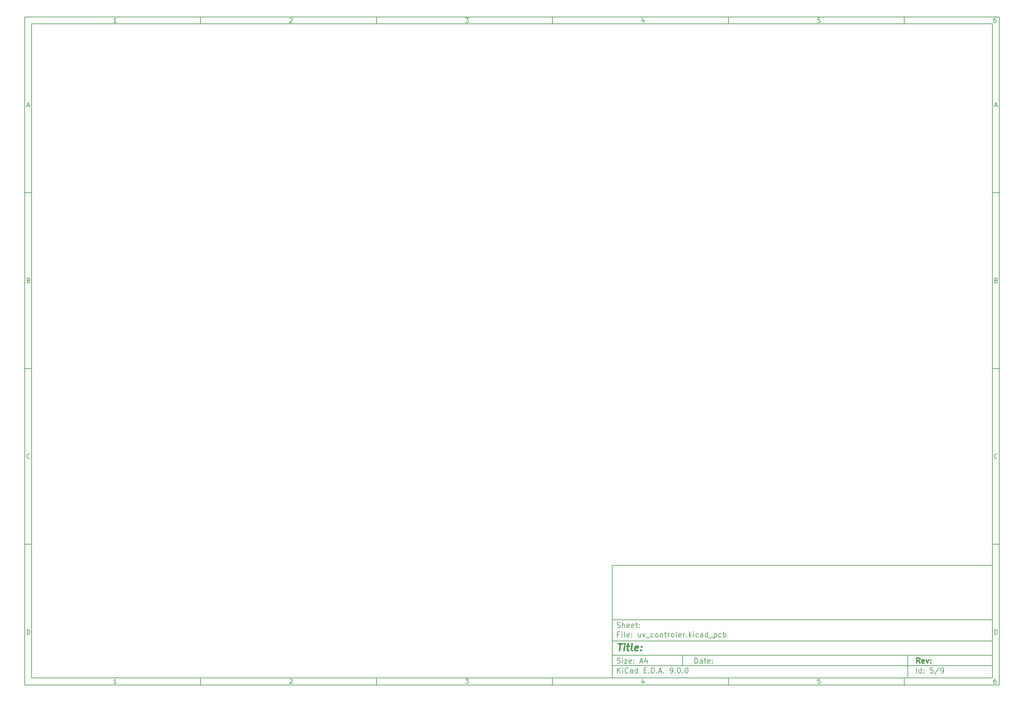
<source format=gbr>
%TF.GenerationSoftware,KiCad,Pcbnew,9.0.0*%
%TF.CreationDate,2025-06-04T23:26:29+02:00*%
%TF.ProjectId,uv_controler,75765f63-6f6e-4747-926f-6c65722e6b69,rev?*%
%TF.SameCoordinates,Original*%
%TF.FileFunction,Legend,Bot*%
%TF.FilePolarity,Positive*%
%FSLAX46Y46*%
G04 Gerber Fmt 4.6, Leading zero omitted, Abs format (unit mm)*
G04 Created by KiCad (PCBNEW 9.0.0) date 2025-06-04 23:26:29*
%MOMM*%
%LPD*%
G01*
G04 APERTURE LIST*
%ADD10C,0.100000*%
%ADD11C,0.150000*%
%ADD12C,0.300000*%
%ADD13C,0.400000*%
G04 APERTURE END LIST*
D10*
D11*
X177002200Y-166007200D02*
X285002200Y-166007200D01*
X285002200Y-198007200D01*
X177002200Y-198007200D01*
X177002200Y-166007200D01*
D10*
D11*
X10000000Y-10000000D02*
X287002200Y-10000000D01*
X287002200Y-200007200D01*
X10000000Y-200007200D01*
X10000000Y-10000000D01*
D10*
D11*
X12000000Y-12000000D02*
X285002200Y-12000000D01*
X285002200Y-198007200D01*
X12000000Y-198007200D01*
X12000000Y-12000000D01*
D10*
D11*
X60000000Y-12000000D02*
X60000000Y-10000000D01*
D10*
D11*
X110000000Y-12000000D02*
X110000000Y-10000000D01*
D10*
D11*
X160000000Y-12000000D02*
X160000000Y-10000000D01*
D10*
D11*
X210000000Y-12000000D02*
X210000000Y-10000000D01*
D10*
D11*
X260000000Y-12000000D02*
X260000000Y-10000000D01*
D10*
D11*
X36089160Y-11593604D02*
X35346303Y-11593604D01*
X35717731Y-11593604D02*
X35717731Y-10293604D01*
X35717731Y-10293604D02*
X35593922Y-10479319D01*
X35593922Y-10479319D02*
X35470112Y-10603128D01*
X35470112Y-10603128D02*
X35346303Y-10665033D01*
D10*
D11*
X85346303Y-10417414D02*
X85408207Y-10355509D01*
X85408207Y-10355509D02*
X85532017Y-10293604D01*
X85532017Y-10293604D02*
X85841541Y-10293604D01*
X85841541Y-10293604D02*
X85965350Y-10355509D01*
X85965350Y-10355509D02*
X86027255Y-10417414D01*
X86027255Y-10417414D02*
X86089160Y-10541223D01*
X86089160Y-10541223D02*
X86089160Y-10665033D01*
X86089160Y-10665033D02*
X86027255Y-10850747D01*
X86027255Y-10850747D02*
X85284398Y-11593604D01*
X85284398Y-11593604D02*
X86089160Y-11593604D01*
D10*
D11*
X135284398Y-10293604D02*
X136089160Y-10293604D01*
X136089160Y-10293604D02*
X135655826Y-10788842D01*
X135655826Y-10788842D02*
X135841541Y-10788842D01*
X135841541Y-10788842D02*
X135965350Y-10850747D01*
X135965350Y-10850747D02*
X136027255Y-10912652D01*
X136027255Y-10912652D02*
X136089160Y-11036461D01*
X136089160Y-11036461D02*
X136089160Y-11345985D01*
X136089160Y-11345985D02*
X136027255Y-11469795D01*
X136027255Y-11469795D02*
X135965350Y-11531700D01*
X135965350Y-11531700D02*
X135841541Y-11593604D01*
X135841541Y-11593604D02*
X135470112Y-11593604D01*
X135470112Y-11593604D02*
X135346303Y-11531700D01*
X135346303Y-11531700D02*
X135284398Y-11469795D01*
D10*
D11*
X185965350Y-10726938D02*
X185965350Y-11593604D01*
X185655826Y-10231700D02*
X185346303Y-11160271D01*
X185346303Y-11160271D02*
X186151064Y-11160271D01*
D10*
D11*
X236027255Y-10293604D02*
X235408207Y-10293604D01*
X235408207Y-10293604D02*
X235346303Y-10912652D01*
X235346303Y-10912652D02*
X235408207Y-10850747D01*
X235408207Y-10850747D02*
X235532017Y-10788842D01*
X235532017Y-10788842D02*
X235841541Y-10788842D01*
X235841541Y-10788842D02*
X235965350Y-10850747D01*
X235965350Y-10850747D02*
X236027255Y-10912652D01*
X236027255Y-10912652D02*
X236089160Y-11036461D01*
X236089160Y-11036461D02*
X236089160Y-11345985D01*
X236089160Y-11345985D02*
X236027255Y-11469795D01*
X236027255Y-11469795D02*
X235965350Y-11531700D01*
X235965350Y-11531700D02*
X235841541Y-11593604D01*
X235841541Y-11593604D02*
X235532017Y-11593604D01*
X235532017Y-11593604D02*
X235408207Y-11531700D01*
X235408207Y-11531700D02*
X235346303Y-11469795D01*
D10*
D11*
X285965350Y-10293604D02*
X285717731Y-10293604D01*
X285717731Y-10293604D02*
X285593922Y-10355509D01*
X285593922Y-10355509D02*
X285532017Y-10417414D01*
X285532017Y-10417414D02*
X285408207Y-10603128D01*
X285408207Y-10603128D02*
X285346303Y-10850747D01*
X285346303Y-10850747D02*
X285346303Y-11345985D01*
X285346303Y-11345985D02*
X285408207Y-11469795D01*
X285408207Y-11469795D02*
X285470112Y-11531700D01*
X285470112Y-11531700D02*
X285593922Y-11593604D01*
X285593922Y-11593604D02*
X285841541Y-11593604D01*
X285841541Y-11593604D02*
X285965350Y-11531700D01*
X285965350Y-11531700D02*
X286027255Y-11469795D01*
X286027255Y-11469795D02*
X286089160Y-11345985D01*
X286089160Y-11345985D02*
X286089160Y-11036461D01*
X286089160Y-11036461D02*
X286027255Y-10912652D01*
X286027255Y-10912652D02*
X285965350Y-10850747D01*
X285965350Y-10850747D02*
X285841541Y-10788842D01*
X285841541Y-10788842D02*
X285593922Y-10788842D01*
X285593922Y-10788842D02*
X285470112Y-10850747D01*
X285470112Y-10850747D02*
X285408207Y-10912652D01*
X285408207Y-10912652D02*
X285346303Y-11036461D01*
D10*
D11*
X60000000Y-198007200D02*
X60000000Y-200007200D01*
D10*
D11*
X110000000Y-198007200D02*
X110000000Y-200007200D01*
D10*
D11*
X160000000Y-198007200D02*
X160000000Y-200007200D01*
D10*
D11*
X210000000Y-198007200D02*
X210000000Y-200007200D01*
D10*
D11*
X260000000Y-198007200D02*
X260000000Y-200007200D01*
D10*
D11*
X36089160Y-199600804D02*
X35346303Y-199600804D01*
X35717731Y-199600804D02*
X35717731Y-198300804D01*
X35717731Y-198300804D02*
X35593922Y-198486519D01*
X35593922Y-198486519D02*
X35470112Y-198610328D01*
X35470112Y-198610328D02*
X35346303Y-198672233D01*
D10*
D11*
X85346303Y-198424614D02*
X85408207Y-198362709D01*
X85408207Y-198362709D02*
X85532017Y-198300804D01*
X85532017Y-198300804D02*
X85841541Y-198300804D01*
X85841541Y-198300804D02*
X85965350Y-198362709D01*
X85965350Y-198362709D02*
X86027255Y-198424614D01*
X86027255Y-198424614D02*
X86089160Y-198548423D01*
X86089160Y-198548423D02*
X86089160Y-198672233D01*
X86089160Y-198672233D02*
X86027255Y-198857947D01*
X86027255Y-198857947D02*
X85284398Y-199600804D01*
X85284398Y-199600804D02*
X86089160Y-199600804D01*
D10*
D11*
X135284398Y-198300804D02*
X136089160Y-198300804D01*
X136089160Y-198300804D02*
X135655826Y-198796042D01*
X135655826Y-198796042D02*
X135841541Y-198796042D01*
X135841541Y-198796042D02*
X135965350Y-198857947D01*
X135965350Y-198857947D02*
X136027255Y-198919852D01*
X136027255Y-198919852D02*
X136089160Y-199043661D01*
X136089160Y-199043661D02*
X136089160Y-199353185D01*
X136089160Y-199353185D02*
X136027255Y-199476995D01*
X136027255Y-199476995D02*
X135965350Y-199538900D01*
X135965350Y-199538900D02*
X135841541Y-199600804D01*
X135841541Y-199600804D02*
X135470112Y-199600804D01*
X135470112Y-199600804D02*
X135346303Y-199538900D01*
X135346303Y-199538900D02*
X135284398Y-199476995D01*
D10*
D11*
X185965350Y-198734138D02*
X185965350Y-199600804D01*
X185655826Y-198238900D02*
X185346303Y-199167471D01*
X185346303Y-199167471D02*
X186151064Y-199167471D01*
D10*
D11*
X236027255Y-198300804D02*
X235408207Y-198300804D01*
X235408207Y-198300804D02*
X235346303Y-198919852D01*
X235346303Y-198919852D02*
X235408207Y-198857947D01*
X235408207Y-198857947D02*
X235532017Y-198796042D01*
X235532017Y-198796042D02*
X235841541Y-198796042D01*
X235841541Y-198796042D02*
X235965350Y-198857947D01*
X235965350Y-198857947D02*
X236027255Y-198919852D01*
X236027255Y-198919852D02*
X236089160Y-199043661D01*
X236089160Y-199043661D02*
X236089160Y-199353185D01*
X236089160Y-199353185D02*
X236027255Y-199476995D01*
X236027255Y-199476995D02*
X235965350Y-199538900D01*
X235965350Y-199538900D02*
X235841541Y-199600804D01*
X235841541Y-199600804D02*
X235532017Y-199600804D01*
X235532017Y-199600804D02*
X235408207Y-199538900D01*
X235408207Y-199538900D02*
X235346303Y-199476995D01*
D10*
D11*
X285965350Y-198300804D02*
X285717731Y-198300804D01*
X285717731Y-198300804D02*
X285593922Y-198362709D01*
X285593922Y-198362709D02*
X285532017Y-198424614D01*
X285532017Y-198424614D02*
X285408207Y-198610328D01*
X285408207Y-198610328D02*
X285346303Y-198857947D01*
X285346303Y-198857947D02*
X285346303Y-199353185D01*
X285346303Y-199353185D02*
X285408207Y-199476995D01*
X285408207Y-199476995D02*
X285470112Y-199538900D01*
X285470112Y-199538900D02*
X285593922Y-199600804D01*
X285593922Y-199600804D02*
X285841541Y-199600804D01*
X285841541Y-199600804D02*
X285965350Y-199538900D01*
X285965350Y-199538900D02*
X286027255Y-199476995D01*
X286027255Y-199476995D02*
X286089160Y-199353185D01*
X286089160Y-199353185D02*
X286089160Y-199043661D01*
X286089160Y-199043661D02*
X286027255Y-198919852D01*
X286027255Y-198919852D02*
X285965350Y-198857947D01*
X285965350Y-198857947D02*
X285841541Y-198796042D01*
X285841541Y-198796042D02*
X285593922Y-198796042D01*
X285593922Y-198796042D02*
X285470112Y-198857947D01*
X285470112Y-198857947D02*
X285408207Y-198919852D01*
X285408207Y-198919852D02*
X285346303Y-199043661D01*
D10*
D11*
X10000000Y-60000000D02*
X12000000Y-60000000D01*
D10*
D11*
X10000000Y-110000000D02*
X12000000Y-110000000D01*
D10*
D11*
X10000000Y-160000000D02*
X12000000Y-160000000D01*
D10*
D11*
X10690476Y-35222176D02*
X11309523Y-35222176D01*
X10566666Y-35593604D02*
X10999999Y-34293604D01*
X10999999Y-34293604D02*
X11433333Y-35593604D01*
D10*
D11*
X11092857Y-84912652D02*
X11278571Y-84974557D01*
X11278571Y-84974557D02*
X11340476Y-85036461D01*
X11340476Y-85036461D02*
X11402380Y-85160271D01*
X11402380Y-85160271D02*
X11402380Y-85345985D01*
X11402380Y-85345985D02*
X11340476Y-85469795D01*
X11340476Y-85469795D02*
X11278571Y-85531700D01*
X11278571Y-85531700D02*
X11154761Y-85593604D01*
X11154761Y-85593604D02*
X10659523Y-85593604D01*
X10659523Y-85593604D02*
X10659523Y-84293604D01*
X10659523Y-84293604D02*
X11092857Y-84293604D01*
X11092857Y-84293604D02*
X11216666Y-84355509D01*
X11216666Y-84355509D02*
X11278571Y-84417414D01*
X11278571Y-84417414D02*
X11340476Y-84541223D01*
X11340476Y-84541223D02*
X11340476Y-84665033D01*
X11340476Y-84665033D02*
X11278571Y-84788842D01*
X11278571Y-84788842D02*
X11216666Y-84850747D01*
X11216666Y-84850747D02*
X11092857Y-84912652D01*
X11092857Y-84912652D02*
X10659523Y-84912652D01*
D10*
D11*
X11402380Y-135469795D02*
X11340476Y-135531700D01*
X11340476Y-135531700D02*
X11154761Y-135593604D01*
X11154761Y-135593604D02*
X11030952Y-135593604D01*
X11030952Y-135593604D02*
X10845238Y-135531700D01*
X10845238Y-135531700D02*
X10721428Y-135407890D01*
X10721428Y-135407890D02*
X10659523Y-135284080D01*
X10659523Y-135284080D02*
X10597619Y-135036461D01*
X10597619Y-135036461D02*
X10597619Y-134850747D01*
X10597619Y-134850747D02*
X10659523Y-134603128D01*
X10659523Y-134603128D02*
X10721428Y-134479319D01*
X10721428Y-134479319D02*
X10845238Y-134355509D01*
X10845238Y-134355509D02*
X11030952Y-134293604D01*
X11030952Y-134293604D02*
X11154761Y-134293604D01*
X11154761Y-134293604D02*
X11340476Y-134355509D01*
X11340476Y-134355509D02*
X11402380Y-134417414D01*
D10*
D11*
X10659523Y-185593604D02*
X10659523Y-184293604D01*
X10659523Y-184293604D02*
X10969047Y-184293604D01*
X10969047Y-184293604D02*
X11154761Y-184355509D01*
X11154761Y-184355509D02*
X11278571Y-184479319D01*
X11278571Y-184479319D02*
X11340476Y-184603128D01*
X11340476Y-184603128D02*
X11402380Y-184850747D01*
X11402380Y-184850747D02*
X11402380Y-185036461D01*
X11402380Y-185036461D02*
X11340476Y-185284080D01*
X11340476Y-185284080D02*
X11278571Y-185407890D01*
X11278571Y-185407890D02*
X11154761Y-185531700D01*
X11154761Y-185531700D02*
X10969047Y-185593604D01*
X10969047Y-185593604D02*
X10659523Y-185593604D01*
D10*
D11*
X287002200Y-60000000D02*
X285002200Y-60000000D01*
D10*
D11*
X287002200Y-110000000D02*
X285002200Y-110000000D01*
D10*
D11*
X287002200Y-160000000D02*
X285002200Y-160000000D01*
D10*
D11*
X285692676Y-35222176D02*
X286311723Y-35222176D01*
X285568866Y-35593604D02*
X286002199Y-34293604D01*
X286002199Y-34293604D02*
X286435533Y-35593604D01*
D10*
D11*
X286095057Y-84912652D02*
X286280771Y-84974557D01*
X286280771Y-84974557D02*
X286342676Y-85036461D01*
X286342676Y-85036461D02*
X286404580Y-85160271D01*
X286404580Y-85160271D02*
X286404580Y-85345985D01*
X286404580Y-85345985D02*
X286342676Y-85469795D01*
X286342676Y-85469795D02*
X286280771Y-85531700D01*
X286280771Y-85531700D02*
X286156961Y-85593604D01*
X286156961Y-85593604D02*
X285661723Y-85593604D01*
X285661723Y-85593604D02*
X285661723Y-84293604D01*
X285661723Y-84293604D02*
X286095057Y-84293604D01*
X286095057Y-84293604D02*
X286218866Y-84355509D01*
X286218866Y-84355509D02*
X286280771Y-84417414D01*
X286280771Y-84417414D02*
X286342676Y-84541223D01*
X286342676Y-84541223D02*
X286342676Y-84665033D01*
X286342676Y-84665033D02*
X286280771Y-84788842D01*
X286280771Y-84788842D02*
X286218866Y-84850747D01*
X286218866Y-84850747D02*
X286095057Y-84912652D01*
X286095057Y-84912652D02*
X285661723Y-84912652D01*
D10*
D11*
X286404580Y-135469795D02*
X286342676Y-135531700D01*
X286342676Y-135531700D02*
X286156961Y-135593604D01*
X286156961Y-135593604D02*
X286033152Y-135593604D01*
X286033152Y-135593604D02*
X285847438Y-135531700D01*
X285847438Y-135531700D02*
X285723628Y-135407890D01*
X285723628Y-135407890D02*
X285661723Y-135284080D01*
X285661723Y-135284080D02*
X285599819Y-135036461D01*
X285599819Y-135036461D02*
X285599819Y-134850747D01*
X285599819Y-134850747D02*
X285661723Y-134603128D01*
X285661723Y-134603128D02*
X285723628Y-134479319D01*
X285723628Y-134479319D02*
X285847438Y-134355509D01*
X285847438Y-134355509D02*
X286033152Y-134293604D01*
X286033152Y-134293604D02*
X286156961Y-134293604D01*
X286156961Y-134293604D02*
X286342676Y-134355509D01*
X286342676Y-134355509D02*
X286404580Y-134417414D01*
D10*
D11*
X285661723Y-185593604D02*
X285661723Y-184293604D01*
X285661723Y-184293604D02*
X285971247Y-184293604D01*
X285971247Y-184293604D02*
X286156961Y-184355509D01*
X286156961Y-184355509D02*
X286280771Y-184479319D01*
X286280771Y-184479319D02*
X286342676Y-184603128D01*
X286342676Y-184603128D02*
X286404580Y-184850747D01*
X286404580Y-184850747D02*
X286404580Y-185036461D01*
X286404580Y-185036461D02*
X286342676Y-185284080D01*
X286342676Y-185284080D02*
X286280771Y-185407890D01*
X286280771Y-185407890D02*
X286156961Y-185531700D01*
X286156961Y-185531700D02*
X285971247Y-185593604D01*
X285971247Y-185593604D02*
X285661723Y-185593604D01*
D10*
D11*
X200458026Y-193793328D02*
X200458026Y-192293328D01*
X200458026Y-192293328D02*
X200815169Y-192293328D01*
X200815169Y-192293328D02*
X201029455Y-192364757D01*
X201029455Y-192364757D02*
X201172312Y-192507614D01*
X201172312Y-192507614D02*
X201243741Y-192650471D01*
X201243741Y-192650471D02*
X201315169Y-192936185D01*
X201315169Y-192936185D02*
X201315169Y-193150471D01*
X201315169Y-193150471D02*
X201243741Y-193436185D01*
X201243741Y-193436185D02*
X201172312Y-193579042D01*
X201172312Y-193579042D02*
X201029455Y-193721900D01*
X201029455Y-193721900D02*
X200815169Y-193793328D01*
X200815169Y-193793328D02*
X200458026Y-193793328D01*
X202600884Y-193793328D02*
X202600884Y-193007614D01*
X202600884Y-193007614D02*
X202529455Y-192864757D01*
X202529455Y-192864757D02*
X202386598Y-192793328D01*
X202386598Y-192793328D02*
X202100884Y-192793328D01*
X202100884Y-192793328D02*
X201958026Y-192864757D01*
X202600884Y-193721900D02*
X202458026Y-193793328D01*
X202458026Y-193793328D02*
X202100884Y-193793328D01*
X202100884Y-193793328D02*
X201958026Y-193721900D01*
X201958026Y-193721900D02*
X201886598Y-193579042D01*
X201886598Y-193579042D02*
X201886598Y-193436185D01*
X201886598Y-193436185D02*
X201958026Y-193293328D01*
X201958026Y-193293328D02*
X202100884Y-193221900D01*
X202100884Y-193221900D02*
X202458026Y-193221900D01*
X202458026Y-193221900D02*
X202600884Y-193150471D01*
X203100884Y-192793328D02*
X203672312Y-192793328D01*
X203315169Y-192293328D02*
X203315169Y-193579042D01*
X203315169Y-193579042D02*
X203386598Y-193721900D01*
X203386598Y-193721900D02*
X203529455Y-193793328D01*
X203529455Y-193793328D02*
X203672312Y-193793328D01*
X204743741Y-193721900D02*
X204600884Y-193793328D01*
X204600884Y-193793328D02*
X204315170Y-193793328D01*
X204315170Y-193793328D02*
X204172312Y-193721900D01*
X204172312Y-193721900D02*
X204100884Y-193579042D01*
X204100884Y-193579042D02*
X204100884Y-193007614D01*
X204100884Y-193007614D02*
X204172312Y-192864757D01*
X204172312Y-192864757D02*
X204315170Y-192793328D01*
X204315170Y-192793328D02*
X204600884Y-192793328D01*
X204600884Y-192793328D02*
X204743741Y-192864757D01*
X204743741Y-192864757D02*
X204815170Y-193007614D01*
X204815170Y-193007614D02*
X204815170Y-193150471D01*
X204815170Y-193150471D02*
X204100884Y-193293328D01*
X205458026Y-193650471D02*
X205529455Y-193721900D01*
X205529455Y-193721900D02*
X205458026Y-193793328D01*
X205458026Y-193793328D02*
X205386598Y-193721900D01*
X205386598Y-193721900D02*
X205458026Y-193650471D01*
X205458026Y-193650471D02*
X205458026Y-193793328D01*
X205458026Y-192864757D02*
X205529455Y-192936185D01*
X205529455Y-192936185D02*
X205458026Y-193007614D01*
X205458026Y-193007614D02*
X205386598Y-192936185D01*
X205386598Y-192936185D02*
X205458026Y-192864757D01*
X205458026Y-192864757D02*
X205458026Y-193007614D01*
D10*
D11*
X177002200Y-194507200D02*
X285002200Y-194507200D01*
D10*
D11*
X178458026Y-196593328D02*
X178458026Y-195093328D01*
X179315169Y-196593328D02*
X178672312Y-195736185D01*
X179315169Y-195093328D02*
X178458026Y-195950471D01*
X179958026Y-196593328D02*
X179958026Y-195593328D01*
X179958026Y-195093328D02*
X179886598Y-195164757D01*
X179886598Y-195164757D02*
X179958026Y-195236185D01*
X179958026Y-195236185D02*
X180029455Y-195164757D01*
X180029455Y-195164757D02*
X179958026Y-195093328D01*
X179958026Y-195093328D02*
X179958026Y-195236185D01*
X181529455Y-196450471D02*
X181458027Y-196521900D01*
X181458027Y-196521900D02*
X181243741Y-196593328D01*
X181243741Y-196593328D02*
X181100884Y-196593328D01*
X181100884Y-196593328D02*
X180886598Y-196521900D01*
X180886598Y-196521900D02*
X180743741Y-196379042D01*
X180743741Y-196379042D02*
X180672312Y-196236185D01*
X180672312Y-196236185D02*
X180600884Y-195950471D01*
X180600884Y-195950471D02*
X180600884Y-195736185D01*
X180600884Y-195736185D02*
X180672312Y-195450471D01*
X180672312Y-195450471D02*
X180743741Y-195307614D01*
X180743741Y-195307614D02*
X180886598Y-195164757D01*
X180886598Y-195164757D02*
X181100884Y-195093328D01*
X181100884Y-195093328D02*
X181243741Y-195093328D01*
X181243741Y-195093328D02*
X181458027Y-195164757D01*
X181458027Y-195164757D02*
X181529455Y-195236185D01*
X182815170Y-196593328D02*
X182815170Y-195807614D01*
X182815170Y-195807614D02*
X182743741Y-195664757D01*
X182743741Y-195664757D02*
X182600884Y-195593328D01*
X182600884Y-195593328D02*
X182315170Y-195593328D01*
X182315170Y-195593328D02*
X182172312Y-195664757D01*
X182815170Y-196521900D02*
X182672312Y-196593328D01*
X182672312Y-196593328D02*
X182315170Y-196593328D01*
X182315170Y-196593328D02*
X182172312Y-196521900D01*
X182172312Y-196521900D02*
X182100884Y-196379042D01*
X182100884Y-196379042D02*
X182100884Y-196236185D01*
X182100884Y-196236185D02*
X182172312Y-196093328D01*
X182172312Y-196093328D02*
X182315170Y-196021900D01*
X182315170Y-196021900D02*
X182672312Y-196021900D01*
X182672312Y-196021900D02*
X182815170Y-195950471D01*
X184172313Y-196593328D02*
X184172313Y-195093328D01*
X184172313Y-196521900D02*
X184029455Y-196593328D01*
X184029455Y-196593328D02*
X183743741Y-196593328D01*
X183743741Y-196593328D02*
X183600884Y-196521900D01*
X183600884Y-196521900D02*
X183529455Y-196450471D01*
X183529455Y-196450471D02*
X183458027Y-196307614D01*
X183458027Y-196307614D02*
X183458027Y-195879042D01*
X183458027Y-195879042D02*
X183529455Y-195736185D01*
X183529455Y-195736185D02*
X183600884Y-195664757D01*
X183600884Y-195664757D02*
X183743741Y-195593328D01*
X183743741Y-195593328D02*
X184029455Y-195593328D01*
X184029455Y-195593328D02*
X184172313Y-195664757D01*
X186029455Y-195807614D02*
X186529455Y-195807614D01*
X186743741Y-196593328D02*
X186029455Y-196593328D01*
X186029455Y-196593328D02*
X186029455Y-195093328D01*
X186029455Y-195093328D02*
X186743741Y-195093328D01*
X187386598Y-196450471D02*
X187458027Y-196521900D01*
X187458027Y-196521900D02*
X187386598Y-196593328D01*
X187386598Y-196593328D02*
X187315170Y-196521900D01*
X187315170Y-196521900D02*
X187386598Y-196450471D01*
X187386598Y-196450471D02*
X187386598Y-196593328D01*
X188100884Y-196593328D02*
X188100884Y-195093328D01*
X188100884Y-195093328D02*
X188458027Y-195093328D01*
X188458027Y-195093328D02*
X188672313Y-195164757D01*
X188672313Y-195164757D02*
X188815170Y-195307614D01*
X188815170Y-195307614D02*
X188886599Y-195450471D01*
X188886599Y-195450471D02*
X188958027Y-195736185D01*
X188958027Y-195736185D02*
X188958027Y-195950471D01*
X188958027Y-195950471D02*
X188886599Y-196236185D01*
X188886599Y-196236185D02*
X188815170Y-196379042D01*
X188815170Y-196379042D02*
X188672313Y-196521900D01*
X188672313Y-196521900D02*
X188458027Y-196593328D01*
X188458027Y-196593328D02*
X188100884Y-196593328D01*
X189600884Y-196450471D02*
X189672313Y-196521900D01*
X189672313Y-196521900D02*
X189600884Y-196593328D01*
X189600884Y-196593328D02*
X189529456Y-196521900D01*
X189529456Y-196521900D02*
X189600884Y-196450471D01*
X189600884Y-196450471D02*
X189600884Y-196593328D01*
X190243742Y-196164757D02*
X190958028Y-196164757D01*
X190100885Y-196593328D02*
X190600885Y-195093328D01*
X190600885Y-195093328D02*
X191100885Y-196593328D01*
X191600884Y-196450471D02*
X191672313Y-196521900D01*
X191672313Y-196521900D02*
X191600884Y-196593328D01*
X191600884Y-196593328D02*
X191529456Y-196521900D01*
X191529456Y-196521900D02*
X191600884Y-196450471D01*
X191600884Y-196450471D02*
X191600884Y-196593328D01*
X193529456Y-196593328D02*
X193815170Y-196593328D01*
X193815170Y-196593328D02*
X193958027Y-196521900D01*
X193958027Y-196521900D02*
X194029456Y-196450471D01*
X194029456Y-196450471D02*
X194172313Y-196236185D01*
X194172313Y-196236185D02*
X194243742Y-195950471D01*
X194243742Y-195950471D02*
X194243742Y-195379042D01*
X194243742Y-195379042D02*
X194172313Y-195236185D01*
X194172313Y-195236185D02*
X194100885Y-195164757D01*
X194100885Y-195164757D02*
X193958027Y-195093328D01*
X193958027Y-195093328D02*
X193672313Y-195093328D01*
X193672313Y-195093328D02*
X193529456Y-195164757D01*
X193529456Y-195164757D02*
X193458027Y-195236185D01*
X193458027Y-195236185D02*
X193386599Y-195379042D01*
X193386599Y-195379042D02*
X193386599Y-195736185D01*
X193386599Y-195736185D02*
X193458027Y-195879042D01*
X193458027Y-195879042D02*
X193529456Y-195950471D01*
X193529456Y-195950471D02*
X193672313Y-196021900D01*
X193672313Y-196021900D02*
X193958027Y-196021900D01*
X193958027Y-196021900D02*
X194100885Y-195950471D01*
X194100885Y-195950471D02*
X194172313Y-195879042D01*
X194172313Y-195879042D02*
X194243742Y-195736185D01*
X194886598Y-196450471D02*
X194958027Y-196521900D01*
X194958027Y-196521900D02*
X194886598Y-196593328D01*
X194886598Y-196593328D02*
X194815170Y-196521900D01*
X194815170Y-196521900D02*
X194886598Y-196450471D01*
X194886598Y-196450471D02*
X194886598Y-196593328D01*
X195886599Y-195093328D02*
X196029456Y-195093328D01*
X196029456Y-195093328D02*
X196172313Y-195164757D01*
X196172313Y-195164757D02*
X196243742Y-195236185D01*
X196243742Y-195236185D02*
X196315170Y-195379042D01*
X196315170Y-195379042D02*
X196386599Y-195664757D01*
X196386599Y-195664757D02*
X196386599Y-196021900D01*
X196386599Y-196021900D02*
X196315170Y-196307614D01*
X196315170Y-196307614D02*
X196243742Y-196450471D01*
X196243742Y-196450471D02*
X196172313Y-196521900D01*
X196172313Y-196521900D02*
X196029456Y-196593328D01*
X196029456Y-196593328D02*
X195886599Y-196593328D01*
X195886599Y-196593328D02*
X195743742Y-196521900D01*
X195743742Y-196521900D02*
X195672313Y-196450471D01*
X195672313Y-196450471D02*
X195600884Y-196307614D01*
X195600884Y-196307614D02*
X195529456Y-196021900D01*
X195529456Y-196021900D02*
X195529456Y-195664757D01*
X195529456Y-195664757D02*
X195600884Y-195379042D01*
X195600884Y-195379042D02*
X195672313Y-195236185D01*
X195672313Y-195236185D02*
X195743742Y-195164757D01*
X195743742Y-195164757D02*
X195886599Y-195093328D01*
X197029455Y-196450471D02*
X197100884Y-196521900D01*
X197100884Y-196521900D02*
X197029455Y-196593328D01*
X197029455Y-196593328D02*
X196958027Y-196521900D01*
X196958027Y-196521900D02*
X197029455Y-196450471D01*
X197029455Y-196450471D02*
X197029455Y-196593328D01*
X198029456Y-195093328D02*
X198172313Y-195093328D01*
X198172313Y-195093328D02*
X198315170Y-195164757D01*
X198315170Y-195164757D02*
X198386599Y-195236185D01*
X198386599Y-195236185D02*
X198458027Y-195379042D01*
X198458027Y-195379042D02*
X198529456Y-195664757D01*
X198529456Y-195664757D02*
X198529456Y-196021900D01*
X198529456Y-196021900D02*
X198458027Y-196307614D01*
X198458027Y-196307614D02*
X198386599Y-196450471D01*
X198386599Y-196450471D02*
X198315170Y-196521900D01*
X198315170Y-196521900D02*
X198172313Y-196593328D01*
X198172313Y-196593328D02*
X198029456Y-196593328D01*
X198029456Y-196593328D02*
X197886599Y-196521900D01*
X197886599Y-196521900D02*
X197815170Y-196450471D01*
X197815170Y-196450471D02*
X197743741Y-196307614D01*
X197743741Y-196307614D02*
X197672313Y-196021900D01*
X197672313Y-196021900D02*
X197672313Y-195664757D01*
X197672313Y-195664757D02*
X197743741Y-195379042D01*
X197743741Y-195379042D02*
X197815170Y-195236185D01*
X197815170Y-195236185D02*
X197886599Y-195164757D01*
X197886599Y-195164757D02*
X198029456Y-195093328D01*
D10*
D11*
X177002200Y-191507200D02*
X285002200Y-191507200D01*
D10*
D12*
X264413853Y-193785528D02*
X263913853Y-193071242D01*
X263556710Y-193785528D02*
X263556710Y-192285528D01*
X263556710Y-192285528D02*
X264128139Y-192285528D01*
X264128139Y-192285528D02*
X264270996Y-192356957D01*
X264270996Y-192356957D02*
X264342425Y-192428385D01*
X264342425Y-192428385D02*
X264413853Y-192571242D01*
X264413853Y-192571242D02*
X264413853Y-192785528D01*
X264413853Y-192785528D02*
X264342425Y-192928385D01*
X264342425Y-192928385D02*
X264270996Y-192999814D01*
X264270996Y-192999814D02*
X264128139Y-193071242D01*
X264128139Y-193071242D02*
X263556710Y-193071242D01*
X265628139Y-193714100D02*
X265485282Y-193785528D01*
X265485282Y-193785528D02*
X265199568Y-193785528D01*
X265199568Y-193785528D02*
X265056710Y-193714100D01*
X265056710Y-193714100D02*
X264985282Y-193571242D01*
X264985282Y-193571242D02*
X264985282Y-192999814D01*
X264985282Y-192999814D02*
X265056710Y-192856957D01*
X265056710Y-192856957D02*
X265199568Y-192785528D01*
X265199568Y-192785528D02*
X265485282Y-192785528D01*
X265485282Y-192785528D02*
X265628139Y-192856957D01*
X265628139Y-192856957D02*
X265699568Y-192999814D01*
X265699568Y-192999814D02*
X265699568Y-193142671D01*
X265699568Y-193142671D02*
X264985282Y-193285528D01*
X266199567Y-192785528D02*
X266556710Y-193785528D01*
X266556710Y-193785528D02*
X266913853Y-192785528D01*
X267485281Y-193642671D02*
X267556710Y-193714100D01*
X267556710Y-193714100D02*
X267485281Y-193785528D01*
X267485281Y-193785528D02*
X267413853Y-193714100D01*
X267413853Y-193714100D02*
X267485281Y-193642671D01*
X267485281Y-193642671D02*
X267485281Y-193785528D01*
X267485281Y-192856957D02*
X267556710Y-192928385D01*
X267556710Y-192928385D02*
X267485281Y-192999814D01*
X267485281Y-192999814D02*
X267413853Y-192928385D01*
X267413853Y-192928385D02*
X267485281Y-192856957D01*
X267485281Y-192856957D02*
X267485281Y-192999814D01*
D10*
D11*
X178386598Y-193721900D02*
X178600884Y-193793328D01*
X178600884Y-193793328D02*
X178958026Y-193793328D01*
X178958026Y-193793328D02*
X179100884Y-193721900D01*
X179100884Y-193721900D02*
X179172312Y-193650471D01*
X179172312Y-193650471D02*
X179243741Y-193507614D01*
X179243741Y-193507614D02*
X179243741Y-193364757D01*
X179243741Y-193364757D02*
X179172312Y-193221900D01*
X179172312Y-193221900D02*
X179100884Y-193150471D01*
X179100884Y-193150471D02*
X178958026Y-193079042D01*
X178958026Y-193079042D02*
X178672312Y-193007614D01*
X178672312Y-193007614D02*
X178529455Y-192936185D01*
X178529455Y-192936185D02*
X178458026Y-192864757D01*
X178458026Y-192864757D02*
X178386598Y-192721900D01*
X178386598Y-192721900D02*
X178386598Y-192579042D01*
X178386598Y-192579042D02*
X178458026Y-192436185D01*
X178458026Y-192436185D02*
X178529455Y-192364757D01*
X178529455Y-192364757D02*
X178672312Y-192293328D01*
X178672312Y-192293328D02*
X179029455Y-192293328D01*
X179029455Y-192293328D02*
X179243741Y-192364757D01*
X179886597Y-193793328D02*
X179886597Y-192793328D01*
X179886597Y-192293328D02*
X179815169Y-192364757D01*
X179815169Y-192364757D02*
X179886597Y-192436185D01*
X179886597Y-192436185D02*
X179958026Y-192364757D01*
X179958026Y-192364757D02*
X179886597Y-192293328D01*
X179886597Y-192293328D02*
X179886597Y-192436185D01*
X180458026Y-192793328D02*
X181243741Y-192793328D01*
X181243741Y-192793328D02*
X180458026Y-193793328D01*
X180458026Y-193793328D02*
X181243741Y-193793328D01*
X182386598Y-193721900D02*
X182243741Y-193793328D01*
X182243741Y-193793328D02*
X181958027Y-193793328D01*
X181958027Y-193793328D02*
X181815169Y-193721900D01*
X181815169Y-193721900D02*
X181743741Y-193579042D01*
X181743741Y-193579042D02*
X181743741Y-193007614D01*
X181743741Y-193007614D02*
X181815169Y-192864757D01*
X181815169Y-192864757D02*
X181958027Y-192793328D01*
X181958027Y-192793328D02*
X182243741Y-192793328D01*
X182243741Y-192793328D02*
X182386598Y-192864757D01*
X182386598Y-192864757D02*
X182458027Y-193007614D01*
X182458027Y-193007614D02*
X182458027Y-193150471D01*
X182458027Y-193150471D02*
X181743741Y-193293328D01*
X183100883Y-193650471D02*
X183172312Y-193721900D01*
X183172312Y-193721900D02*
X183100883Y-193793328D01*
X183100883Y-193793328D02*
X183029455Y-193721900D01*
X183029455Y-193721900D02*
X183100883Y-193650471D01*
X183100883Y-193650471D02*
X183100883Y-193793328D01*
X183100883Y-192864757D02*
X183172312Y-192936185D01*
X183172312Y-192936185D02*
X183100883Y-193007614D01*
X183100883Y-193007614D02*
X183029455Y-192936185D01*
X183029455Y-192936185D02*
X183100883Y-192864757D01*
X183100883Y-192864757D02*
X183100883Y-193007614D01*
X184886598Y-193364757D02*
X185600884Y-193364757D01*
X184743741Y-193793328D02*
X185243741Y-192293328D01*
X185243741Y-192293328D02*
X185743741Y-193793328D01*
X186886598Y-192793328D02*
X186886598Y-193793328D01*
X186529455Y-192221900D02*
X186172312Y-193293328D01*
X186172312Y-193293328D02*
X187100883Y-193293328D01*
D10*
D11*
X263458026Y-196593328D02*
X263458026Y-195093328D01*
X264815170Y-196593328D02*
X264815170Y-195093328D01*
X264815170Y-196521900D02*
X264672312Y-196593328D01*
X264672312Y-196593328D02*
X264386598Y-196593328D01*
X264386598Y-196593328D02*
X264243741Y-196521900D01*
X264243741Y-196521900D02*
X264172312Y-196450471D01*
X264172312Y-196450471D02*
X264100884Y-196307614D01*
X264100884Y-196307614D02*
X264100884Y-195879042D01*
X264100884Y-195879042D02*
X264172312Y-195736185D01*
X264172312Y-195736185D02*
X264243741Y-195664757D01*
X264243741Y-195664757D02*
X264386598Y-195593328D01*
X264386598Y-195593328D02*
X264672312Y-195593328D01*
X264672312Y-195593328D02*
X264815170Y-195664757D01*
X265529455Y-196450471D02*
X265600884Y-196521900D01*
X265600884Y-196521900D02*
X265529455Y-196593328D01*
X265529455Y-196593328D02*
X265458027Y-196521900D01*
X265458027Y-196521900D02*
X265529455Y-196450471D01*
X265529455Y-196450471D02*
X265529455Y-196593328D01*
X265529455Y-195664757D02*
X265600884Y-195736185D01*
X265600884Y-195736185D02*
X265529455Y-195807614D01*
X265529455Y-195807614D02*
X265458027Y-195736185D01*
X265458027Y-195736185D02*
X265529455Y-195664757D01*
X265529455Y-195664757D02*
X265529455Y-195807614D01*
X268100884Y-195093328D02*
X267386598Y-195093328D01*
X267386598Y-195093328D02*
X267315170Y-195807614D01*
X267315170Y-195807614D02*
X267386598Y-195736185D01*
X267386598Y-195736185D02*
X267529456Y-195664757D01*
X267529456Y-195664757D02*
X267886598Y-195664757D01*
X267886598Y-195664757D02*
X268029456Y-195736185D01*
X268029456Y-195736185D02*
X268100884Y-195807614D01*
X268100884Y-195807614D02*
X268172313Y-195950471D01*
X268172313Y-195950471D02*
X268172313Y-196307614D01*
X268172313Y-196307614D02*
X268100884Y-196450471D01*
X268100884Y-196450471D02*
X268029456Y-196521900D01*
X268029456Y-196521900D02*
X267886598Y-196593328D01*
X267886598Y-196593328D02*
X267529456Y-196593328D01*
X267529456Y-196593328D02*
X267386598Y-196521900D01*
X267386598Y-196521900D02*
X267315170Y-196450471D01*
X269886598Y-195021900D02*
X268600884Y-196950471D01*
X270458027Y-196593328D02*
X270743741Y-196593328D01*
X270743741Y-196593328D02*
X270886598Y-196521900D01*
X270886598Y-196521900D02*
X270958027Y-196450471D01*
X270958027Y-196450471D02*
X271100884Y-196236185D01*
X271100884Y-196236185D02*
X271172313Y-195950471D01*
X271172313Y-195950471D02*
X271172313Y-195379042D01*
X271172313Y-195379042D02*
X271100884Y-195236185D01*
X271100884Y-195236185D02*
X271029456Y-195164757D01*
X271029456Y-195164757D02*
X270886598Y-195093328D01*
X270886598Y-195093328D02*
X270600884Y-195093328D01*
X270600884Y-195093328D02*
X270458027Y-195164757D01*
X270458027Y-195164757D02*
X270386598Y-195236185D01*
X270386598Y-195236185D02*
X270315170Y-195379042D01*
X270315170Y-195379042D02*
X270315170Y-195736185D01*
X270315170Y-195736185D02*
X270386598Y-195879042D01*
X270386598Y-195879042D02*
X270458027Y-195950471D01*
X270458027Y-195950471D02*
X270600884Y-196021900D01*
X270600884Y-196021900D02*
X270886598Y-196021900D01*
X270886598Y-196021900D02*
X271029456Y-195950471D01*
X271029456Y-195950471D02*
X271100884Y-195879042D01*
X271100884Y-195879042D02*
X271172313Y-195736185D01*
D10*
D11*
X177002200Y-187507200D02*
X285002200Y-187507200D01*
D10*
D13*
X178693928Y-188211638D02*
X179836785Y-188211638D01*
X179015357Y-190211638D02*
X179265357Y-188211638D01*
X180253452Y-190211638D02*
X180420119Y-188878304D01*
X180503452Y-188211638D02*
X180396309Y-188306876D01*
X180396309Y-188306876D02*
X180479643Y-188402114D01*
X180479643Y-188402114D02*
X180586786Y-188306876D01*
X180586786Y-188306876D02*
X180503452Y-188211638D01*
X180503452Y-188211638D02*
X180479643Y-188402114D01*
X181086786Y-188878304D02*
X181848690Y-188878304D01*
X181455833Y-188211638D02*
X181241548Y-189925923D01*
X181241548Y-189925923D02*
X181312976Y-190116400D01*
X181312976Y-190116400D02*
X181491548Y-190211638D01*
X181491548Y-190211638D02*
X181682024Y-190211638D01*
X182634405Y-190211638D02*
X182455833Y-190116400D01*
X182455833Y-190116400D02*
X182384405Y-189925923D01*
X182384405Y-189925923D02*
X182598690Y-188211638D01*
X184170119Y-190116400D02*
X183967738Y-190211638D01*
X183967738Y-190211638D02*
X183586785Y-190211638D01*
X183586785Y-190211638D02*
X183408214Y-190116400D01*
X183408214Y-190116400D02*
X183336785Y-189925923D01*
X183336785Y-189925923D02*
X183432024Y-189164019D01*
X183432024Y-189164019D02*
X183551071Y-188973542D01*
X183551071Y-188973542D02*
X183753452Y-188878304D01*
X183753452Y-188878304D02*
X184134404Y-188878304D01*
X184134404Y-188878304D02*
X184312976Y-188973542D01*
X184312976Y-188973542D02*
X184384404Y-189164019D01*
X184384404Y-189164019D02*
X184360595Y-189354495D01*
X184360595Y-189354495D02*
X183384404Y-189544971D01*
X185134405Y-190021161D02*
X185217738Y-190116400D01*
X185217738Y-190116400D02*
X185110595Y-190211638D01*
X185110595Y-190211638D02*
X185027262Y-190116400D01*
X185027262Y-190116400D02*
X185134405Y-190021161D01*
X185134405Y-190021161D02*
X185110595Y-190211638D01*
X185265357Y-188973542D02*
X185348690Y-189068780D01*
X185348690Y-189068780D02*
X185241548Y-189164019D01*
X185241548Y-189164019D02*
X185158214Y-189068780D01*
X185158214Y-189068780D02*
X185265357Y-188973542D01*
X185265357Y-188973542D02*
X185241548Y-189164019D01*
D10*
D11*
X178958026Y-185607614D02*
X178458026Y-185607614D01*
X178458026Y-186393328D02*
X178458026Y-184893328D01*
X178458026Y-184893328D02*
X179172312Y-184893328D01*
X179743740Y-186393328D02*
X179743740Y-185393328D01*
X179743740Y-184893328D02*
X179672312Y-184964757D01*
X179672312Y-184964757D02*
X179743740Y-185036185D01*
X179743740Y-185036185D02*
X179815169Y-184964757D01*
X179815169Y-184964757D02*
X179743740Y-184893328D01*
X179743740Y-184893328D02*
X179743740Y-185036185D01*
X180672312Y-186393328D02*
X180529455Y-186321900D01*
X180529455Y-186321900D02*
X180458026Y-186179042D01*
X180458026Y-186179042D02*
X180458026Y-184893328D01*
X181815169Y-186321900D02*
X181672312Y-186393328D01*
X181672312Y-186393328D02*
X181386598Y-186393328D01*
X181386598Y-186393328D02*
X181243740Y-186321900D01*
X181243740Y-186321900D02*
X181172312Y-186179042D01*
X181172312Y-186179042D02*
X181172312Y-185607614D01*
X181172312Y-185607614D02*
X181243740Y-185464757D01*
X181243740Y-185464757D02*
X181386598Y-185393328D01*
X181386598Y-185393328D02*
X181672312Y-185393328D01*
X181672312Y-185393328D02*
X181815169Y-185464757D01*
X181815169Y-185464757D02*
X181886598Y-185607614D01*
X181886598Y-185607614D02*
X181886598Y-185750471D01*
X181886598Y-185750471D02*
X181172312Y-185893328D01*
X182529454Y-186250471D02*
X182600883Y-186321900D01*
X182600883Y-186321900D02*
X182529454Y-186393328D01*
X182529454Y-186393328D02*
X182458026Y-186321900D01*
X182458026Y-186321900D02*
X182529454Y-186250471D01*
X182529454Y-186250471D02*
X182529454Y-186393328D01*
X182529454Y-185464757D02*
X182600883Y-185536185D01*
X182600883Y-185536185D02*
X182529454Y-185607614D01*
X182529454Y-185607614D02*
X182458026Y-185536185D01*
X182458026Y-185536185D02*
X182529454Y-185464757D01*
X182529454Y-185464757D02*
X182529454Y-185607614D01*
X185029455Y-185393328D02*
X185029455Y-186393328D01*
X184386597Y-185393328D02*
X184386597Y-186179042D01*
X184386597Y-186179042D02*
X184458026Y-186321900D01*
X184458026Y-186321900D02*
X184600883Y-186393328D01*
X184600883Y-186393328D02*
X184815169Y-186393328D01*
X184815169Y-186393328D02*
X184958026Y-186321900D01*
X184958026Y-186321900D02*
X185029455Y-186250471D01*
X185600883Y-185393328D02*
X185958026Y-186393328D01*
X185958026Y-186393328D02*
X186315169Y-185393328D01*
X186529455Y-186536185D02*
X187672312Y-186536185D01*
X188672312Y-186321900D02*
X188529454Y-186393328D01*
X188529454Y-186393328D02*
X188243740Y-186393328D01*
X188243740Y-186393328D02*
X188100883Y-186321900D01*
X188100883Y-186321900D02*
X188029454Y-186250471D01*
X188029454Y-186250471D02*
X187958026Y-186107614D01*
X187958026Y-186107614D02*
X187958026Y-185679042D01*
X187958026Y-185679042D02*
X188029454Y-185536185D01*
X188029454Y-185536185D02*
X188100883Y-185464757D01*
X188100883Y-185464757D02*
X188243740Y-185393328D01*
X188243740Y-185393328D02*
X188529454Y-185393328D01*
X188529454Y-185393328D02*
X188672312Y-185464757D01*
X189529454Y-186393328D02*
X189386597Y-186321900D01*
X189386597Y-186321900D02*
X189315168Y-186250471D01*
X189315168Y-186250471D02*
X189243740Y-186107614D01*
X189243740Y-186107614D02*
X189243740Y-185679042D01*
X189243740Y-185679042D02*
X189315168Y-185536185D01*
X189315168Y-185536185D02*
X189386597Y-185464757D01*
X189386597Y-185464757D02*
X189529454Y-185393328D01*
X189529454Y-185393328D02*
X189743740Y-185393328D01*
X189743740Y-185393328D02*
X189886597Y-185464757D01*
X189886597Y-185464757D02*
X189958026Y-185536185D01*
X189958026Y-185536185D02*
X190029454Y-185679042D01*
X190029454Y-185679042D02*
X190029454Y-186107614D01*
X190029454Y-186107614D02*
X189958026Y-186250471D01*
X189958026Y-186250471D02*
X189886597Y-186321900D01*
X189886597Y-186321900D02*
X189743740Y-186393328D01*
X189743740Y-186393328D02*
X189529454Y-186393328D01*
X190672311Y-185393328D02*
X190672311Y-186393328D01*
X190672311Y-185536185D02*
X190743740Y-185464757D01*
X190743740Y-185464757D02*
X190886597Y-185393328D01*
X190886597Y-185393328D02*
X191100883Y-185393328D01*
X191100883Y-185393328D02*
X191243740Y-185464757D01*
X191243740Y-185464757D02*
X191315169Y-185607614D01*
X191315169Y-185607614D02*
X191315169Y-186393328D01*
X191815169Y-185393328D02*
X192386597Y-185393328D01*
X192029454Y-184893328D02*
X192029454Y-186179042D01*
X192029454Y-186179042D02*
X192100883Y-186321900D01*
X192100883Y-186321900D02*
X192243740Y-186393328D01*
X192243740Y-186393328D02*
X192386597Y-186393328D01*
X192886597Y-186393328D02*
X192886597Y-185393328D01*
X192886597Y-185679042D02*
X192958026Y-185536185D01*
X192958026Y-185536185D02*
X193029455Y-185464757D01*
X193029455Y-185464757D02*
X193172312Y-185393328D01*
X193172312Y-185393328D02*
X193315169Y-185393328D01*
X194029454Y-186393328D02*
X193886597Y-186321900D01*
X193886597Y-186321900D02*
X193815168Y-186250471D01*
X193815168Y-186250471D02*
X193743740Y-186107614D01*
X193743740Y-186107614D02*
X193743740Y-185679042D01*
X193743740Y-185679042D02*
X193815168Y-185536185D01*
X193815168Y-185536185D02*
X193886597Y-185464757D01*
X193886597Y-185464757D02*
X194029454Y-185393328D01*
X194029454Y-185393328D02*
X194243740Y-185393328D01*
X194243740Y-185393328D02*
X194386597Y-185464757D01*
X194386597Y-185464757D02*
X194458026Y-185536185D01*
X194458026Y-185536185D02*
X194529454Y-185679042D01*
X194529454Y-185679042D02*
X194529454Y-186107614D01*
X194529454Y-186107614D02*
X194458026Y-186250471D01*
X194458026Y-186250471D02*
X194386597Y-186321900D01*
X194386597Y-186321900D02*
X194243740Y-186393328D01*
X194243740Y-186393328D02*
X194029454Y-186393328D01*
X195386597Y-186393328D02*
X195243740Y-186321900D01*
X195243740Y-186321900D02*
X195172311Y-186179042D01*
X195172311Y-186179042D02*
X195172311Y-184893328D01*
X196529454Y-186321900D02*
X196386597Y-186393328D01*
X196386597Y-186393328D02*
X196100883Y-186393328D01*
X196100883Y-186393328D02*
X195958025Y-186321900D01*
X195958025Y-186321900D02*
X195886597Y-186179042D01*
X195886597Y-186179042D02*
X195886597Y-185607614D01*
X195886597Y-185607614D02*
X195958025Y-185464757D01*
X195958025Y-185464757D02*
X196100883Y-185393328D01*
X196100883Y-185393328D02*
X196386597Y-185393328D01*
X196386597Y-185393328D02*
X196529454Y-185464757D01*
X196529454Y-185464757D02*
X196600883Y-185607614D01*
X196600883Y-185607614D02*
X196600883Y-185750471D01*
X196600883Y-185750471D02*
X195886597Y-185893328D01*
X197243739Y-186393328D02*
X197243739Y-185393328D01*
X197243739Y-185679042D02*
X197315168Y-185536185D01*
X197315168Y-185536185D02*
X197386597Y-185464757D01*
X197386597Y-185464757D02*
X197529454Y-185393328D01*
X197529454Y-185393328D02*
X197672311Y-185393328D01*
X198172310Y-186250471D02*
X198243739Y-186321900D01*
X198243739Y-186321900D02*
X198172310Y-186393328D01*
X198172310Y-186393328D02*
X198100882Y-186321900D01*
X198100882Y-186321900D02*
X198172310Y-186250471D01*
X198172310Y-186250471D02*
X198172310Y-186393328D01*
X198886596Y-186393328D02*
X198886596Y-184893328D01*
X199029454Y-185821900D02*
X199458025Y-186393328D01*
X199458025Y-185393328D02*
X198886596Y-185964757D01*
X200100882Y-186393328D02*
X200100882Y-185393328D01*
X200100882Y-184893328D02*
X200029454Y-184964757D01*
X200029454Y-184964757D02*
X200100882Y-185036185D01*
X200100882Y-185036185D02*
X200172311Y-184964757D01*
X200172311Y-184964757D02*
X200100882Y-184893328D01*
X200100882Y-184893328D02*
X200100882Y-185036185D01*
X201458026Y-186321900D02*
X201315168Y-186393328D01*
X201315168Y-186393328D02*
X201029454Y-186393328D01*
X201029454Y-186393328D02*
X200886597Y-186321900D01*
X200886597Y-186321900D02*
X200815168Y-186250471D01*
X200815168Y-186250471D02*
X200743740Y-186107614D01*
X200743740Y-186107614D02*
X200743740Y-185679042D01*
X200743740Y-185679042D02*
X200815168Y-185536185D01*
X200815168Y-185536185D02*
X200886597Y-185464757D01*
X200886597Y-185464757D02*
X201029454Y-185393328D01*
X201029454Y-185393328D02*
X201315168Y-185393328D01*
X201315168Y-185393328D02*
X201458026Y-185464757D01*
X202743740Y-186393328D02*
X202743740Y-185607614D01*
X202743740Y-185607614D02*
X202672311Y-185464757D01*
X202672311Y-185464757D02*
X202529454Y-185393328D01*
X202529454Y-185393328D02*
X202243740Y-185393328D01*
X202243740Y-185393328D02*
X202100882Y-185464757D01*
X202743740Y-186321900D02*
X202600882Y-186393328D01*
X202600882Y-186393328D02*
X202243740Y-186393328D01*
X202243740Y-186393328D02*
X202100882Y-186321900D01*
X202100882Y-186321900D02*
X202029454Y-186179042D01*
X202029454Y-186179042D02*
X202029454Y-186036185D01*
X202029454Y-186036185D02*
X202100882Y-185893328D01*
X202100882Y-185893328D02*
X202243740Y-185821900D01*
X202243740Y-185821900D02*
X202600882Y-185821900D01*
X202600882Y-185821900D02*
X202743740Y-185750471D01*
X204100883Y-186393328D02*
X204100883Y-184893328D01*
X204100883Y-186321900D02*
X203958025Y-186393328D01*
X203958025Y-186393328D02*
X203672311Y-186393328D01*
X203672311Y-186393328D02*
X203529454Y-186321900D01*
X203529454Y-186321900D02*
X203458025Y-186250471D01*
X203458025Y-186250471D02*
X203386597Y-186107614D01*
X203386597Y-186107614D02*
X203386597Y-185679042D01*
X203386597Y-185679042D02*
X203458025Y-185536185D01*
X203458025Y-185536185D02*
X203529454Y-185464757D01*
X203529454Y-185464757D02*
X203672311Y-185393328D01*
X203672311Y-185393328D02*
X203958025Y-185393328D01*
X203958025Y-185393328D02*
X204100883Y-185464757D01*
X204458026Y-186536185D02*
X205600883Y-186536185D01*
X205958025Y-185393328D02*
X205958025Y-186893328D01*
X205958025Y-185464757D02*
X206100883Y-185393328D01*
X206100883Y-185393328D02*
X206386597Y-185393328D01*
X206386597Y-185393328D02*
X206529454Y-185464757D01*
X206529454Y-185464757D02*
X206600883Y-185536185D01*
X206600883Y-185536185D02*
X206672311Y-185679042D01*
X206672311Y-185679042D02*
X206672311Y-186107614D01*
X206672311Y-186107614D02*
X206600883Y-186250471D01*
X206600883Y-186250471D02*
X206529454Y-186321900D01*
X206529454Y-186321900D02*
X206386597Y-186393328D01*
X206386597Y-186393328D02*
X206100883Y-186393328D01*
X206100883Y-186393328D02*
X205958025Y-186321900D01*
X207958026Y-186321900D02*
X207815168Y-186393328D01*
X207815168Y-186393328D02*
X207529454Y-186393328D01*
X207529454Y-186393328D02*
X207386597Y-186321900D01*
X207386597Y-186321900D02*
X207315168Y-186250471D01*
X207315168Y-186250471D02*
X207243740Y-186107614D01*
X207243740Y-186107614D02*
X207243740Y-185679042D01*
X207243740Y-185679042D02*
X207315168Y-185536185D01*
X207315168Y-185536185D02*
X207386597Y-185464757D01*
X207386597Y-185464757D02*
X207529454Y-185393328D01*
X207529454Y-185393328D02*
X207815168Y-185393328D01*
X207815168Y-185393328D02*
X207958026Y-185464757D01*
X208600882Y-186393328D02*
X208600882Y-184893328D01*
X208600882Y-185464757D02*
X208743740Y-185393328D01*
X208743740Y-185393328D02*
X209029454Y-185393328D01*
X209029454Y-185393328D02*
X209172311Y-185464757D01*
X209172311Y-185464757D02*
X209243740Y-185536185D01*
X209243740Y-185536185D02*
X209315168Y-185679042D01*
X209315168Y-185679042D02*
X209315168Y-186107614D01*
X209315168Y-186107614D02*
X209243740Y-186250471D01*
X209243740Y-186250471D02*
X209172311Y-186321900D01*
X209172311Y-186321900D02*
X209029454Y-186393328D01*
X209029454Y-186393328D02*
X208743740Y-186393328D01*
X208743740Y-186393328D02*
X208600882Y-186321900D01*
D10*
D11*
X177002200Y-181507200D02*
X285002200Y-181507200D01*
D10*
D11*
X178386598Y-183621900D02*
X178600884Y-183693328D01*
X178600884Y-183693328D02*
X178958026Y-183693328D01*
X178958026Y-183693328D02*
X179100884Y-183621900D01*
X179100884Y-183621900D02*
X179172312Y-183550471D01*
X179172312Y-183550471D02*
X179243741Y-183407614D01*
X179243741Y-183407614D02*
X179243741Y-183264757D01*
X179243741Y-183264757D02*
X179172312Y-183121900D01*
X179172312Y-183121900D02*
X179100884Y-183050471D01*
X179100884Y-183050471D02*
X178958026Y-182979042D01*
X178958026Y-182979042D02*
X178672312Y-182907614D01*
X178672312Y-182907614D02*
X178529455Y-182836185D01*
X178529455Y-182836185D02*
X178458026Y-182764757D01*
X178458026Y-182764757D02*
X178386598Y-182621900D01*
X178386598Y-182621900D02*
X178386598Y-182479042D01*
X178386598Y-182479042D02*
X178458026Y-182336185D01*
X178458026Y-182336185D02*
X178529455Y-182264757D01*
X178529455Y-182264757D02*
X178672312Y-182193328D01*
X178672312Y-182193328D02*
X179029455Y-182193328D01*
X179029455Y-182193328D02*
X179243741Y-182264757D01*
X179886597Y-183693328D02*
X179886597Y-182193328D01*
X180529455Y-183693328D02*
X180529455Y-182907614D01*
X180529455Y-182907614D02*
X180458026Y-182764757D01*
X180458026Y-182764757D02*
X180315169Y-182693328D01*
X180315169Y-182693328D02*
X180100883Y-182693328D01*
X180100883Y-182693328D02*
X179958026Y-182764757D01*
X179958026Y-182764757D02*
X179886597Y-182836185D01*
X181815169Y-183621900D02*
X181672312Y-183693328D01*
X181672312Y-183693328D02*
X181386598Y-183693328D01*
X181386598Y-183693328D02*
X181243740Y-183621900D01*
X181243740Y-183621900D02*
X181172312Y-183479042D01*
X181172312Y-183479042D02*
X181172312Y-182907614D01*
X181172312Y-182907614D02*
X181243740Y-182764757D01*
X181243740Y-182764757D02*
X181386598Y-182693328D01*
X181386598Y-182693328D02*
X181672312Y-182693328D01*
X181672312Y-182693328D02*
X181815169Y-182764757D01*
X181815169Y-182764757D02*
X181886598Y-182907614D01*
X181886598Y-182907614D02*
X181886598Y-183050471D01*
X181886598Y-183050471D02*
X181172312Y-183193328D01*
X183100883Y-183621900D02*
X182958026Y-183693328D01*
X182958026Y-183693328D02*
X182672312Y-183693328D01*
X182672312Y-183693328D02*
X182529454Y-183621900D01*
X182529454Y-183621900D02*
X182458026Y-183479042D01*
X182458026Y-183479042D02*
X182458026Y-182907614D01*
X182458026Y-182907614D02*
X182529454Y-182764757D01*
X182529454Y-182764757D02*
X182672312Y-182693328D01*
X182672312Y-182693328D02*
X182958026Y-182693328D01*
X182958026Y-182693328D02*
X183100883Y-182764757D01*
X183100883Y-182764757D02*
X183172312Y-182907614D01*
X183172312Y-182907614D02*
X183172312Y-183050471D01*
X183172312Y-183050471D02*
X182458026Y-183193328D01*
X183600883Y-182693328D02*
X184172311Y-182693328D01*
X183815168Y-182193328D02*
X183815168Y-183479042D01*
X183815168Y-183479042D02*
X183886597Y-183621900D01*
X183886597Y-183621900D02*
X184029454Y-183693328D01*
X184029454Y-183693328D02*
X184172311Y-183693328D01*
X184672311Y-183550471D02*
X184743740Y-183621900D01*
X184743740Y-183621900D02*
X184672311Y-183693328D01*
X184672311Y-183693328D02*
X184600883Y-183621900D01*
X184600883Y-183621900D02*
X184672311Y-183550471D01*
X184672311Y-183550471D02*
X184672311Y-183693328D01*
X184672311Y-182764757D02*
X184743740Y-182836185D01*
X184743740Y-182836185D02*
X184672311Y-182907614D01*
X184672311Y-182907614D02*
X184600883Y-182836185D01*
X184600883Y-182836185D02*
X184672311Y-182764757D01*
X184672311Y-182764757D02*
X184672311Y-182907614D01*
D10*
D11*
X197002200Y-191507200D02*
X197002200Y-194507200D01*
D10*
D11*
X261002200Y-191507200D02*
X261002200Y-198007200D01*
M02*

</source>
